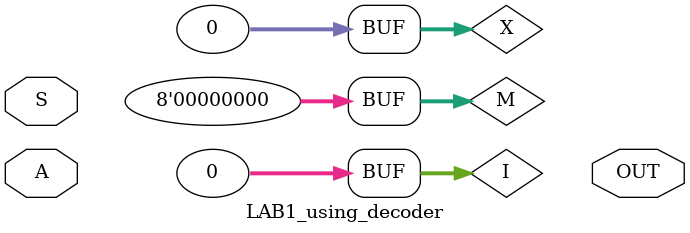
<source format=v>
`timescale 1ns / 1ps
module LAB1_using_decoder(
    input [4:0] A,
    output OUT,
    input [2:0] S);

    wire [31:0] I;
    wire [9:2] M;
    wire [31:0] X;
    
    or(M[2], ~S[2], S[1], ~S[0]);
    or(M[3], ~S[2], S[1], S[0]);
    or(M[4], S[2], ~S[1], ~S[0]);
    or(M[5], S[2], ~S[1], S[0]);
    or(M[6], S[2], S[1], ~S[0]);
    or(M[7], S[2], S[1], S[0]);
    or(M[8], ~S[2], ~S[1], ~S[0]);
    or(M[9], ~S[2], ~S[1], S[0]);
    
    assign X = 32'b0;
    assign I = 32'b0;
    
    or(X[0], M[2], M[3], M[4], M[5], M[6], M[7], M[8], M[9]);
    or(X[2], M[2]);
    or(X[3], M[3]);
    or(X[4], M[2], M[4]);
    or(X[5], M[5]);
    or(X[6], M[2], M[3], M[6]);
    or(X[7], M[7]);
    or(X[8], M[2], M[4], M[8]);
    or(X[9], M[9]);
    or(X[10], M[2], M[5]);
    or(X[12], M[2], M[4], M[3], M[6]);
    or(X[14], M[2], M[7]);
    or(X[15], M[3], M[5]);
    or(X[16], M[2], M[4], M[8]);
    or(X[18], M[2], M[3], M[6], M[9]);
    or(X[20], M[2], M[4], M[5]);
    or(X[21], M[3], M[7]);
    or(X[22], M[2]);
    or(X[24], M[2], M[3], M[4], M[6], M[8]);
    or(X[25], M[5]);
    or(X[26], M[2]);
    or(X[27], M[3], M[9]);
    or(X[28], M[2], M[4], M[7]);
    or(X[30], M[2], M[3], M[5], M[6]);
    
    and(I[0], ~A[4], ~A[3], ~A[2], ~A[1], ~A[0], X[0]);
    and(I[2], ~A[4], ~A[3], ~A[2], A[1], ~A[0], X[2]);
    and(I[3], ~A[4], ~A[3], ~A[2], A[1], A[0], X[3]);
    and(I[4], ~A[4], ~A[3], A[2], ~A[1], ~A[0], X[4]);
    and(I[5], ~A[4], ~A[3], A[2], ~A[1], A[0], X[5]);
    and(I[6], ~A[4], ~A[3], A[2], A[1], ~A[0], X[6]);
    and(I[7], ~A[4], ~A[3], A[2], A[1], A[0], X[7]);
    and(I[8], ~A[4], A[3], ~A[2], ~A[1], ~A[0], X[8]);
    and(I[9], ~A[4], A[3], ~A[2], ~A[1], A[0], X[9]);
    and(I[10], ~A[4], A[3], ~A[2], A[1], ~A[0], X[10]);
    and(I[12], ~A[4], A[3], A[2], ~A[1], ~A[0], X[12]);
    and(I[14], ~A[4], A[3], A[2], A[1], ~A[0], X[14]);
    and(I[15], ~A[4], A[3], A[2], A[1], A[0], X[15]);
    and(I[16], A[4], ~A[3], ~A[2], ~A[1], ~A[0], X[16]);
    and(I[18], A[4], ~A[3], ~A[2], A[1], ~A[0], X[18]);
    and(I[20], A[4], ~A[3], A[2], ~A[1], ~A[0], X[20]);
    and(I[21], A[4], ~A[3], A[2], ~A[1], A[0], X[21]);
    and(I[22], A[4], ~A[3], A[2], A[1], ~A[0], X[22]);
    and(I[24], A[4], A[3], ~A[2], ~A[1], ~A[0], X[24]);
    and(I[25], A[4], A[3], ~A[2], ~A[1], A[0], X[25]);
    and(I[26], A[4], A[3], ~A[2], A[1], ~A[0], X[26]);
    and(I[27], A[4], A[3], ~A[2], A[1], A[0], X[27]);
    and(I[28], A[4], A[3], A[2], ~A[1], ~A[0], X[28]);
    and(I[30], A[4], A[3], A[2], A[1], ~A[0], X[30]);
    
endmodule

</source>
